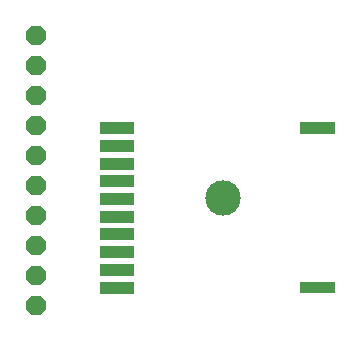
<source format=gbr>
G04 DipTrace 2.4.0.2*
%INTopMask.gbr*%
%MOMM*%
%ADD16R,3.0X1.0*%
%ADD17C,3.0*%
%FSLAX53Y53*%
G04*
G71*
G90*
G75*
G01*
%LNTopMask*%
%LPD*%
D16*
X8833Y18015D3*
Y16515D3*
Y15015D3*
Y13515D3*
Y12015D3*
Y10515D3*
Y9015D3*
Y7515D3*
Y6015D3*
Y4515D3*
G36*
X27333Y17515D2*
X24333D1*
Y18515D1*
X27333D1*
Y17515D1*
G37*
G36*
Y4015D2*
X24333D1*
Y5015D1*
X27333D1*
Y4015D1*
G37*
D17*
X17833Y12115D3*
G36*
X1179Y3342D2*
X1660Y3823D1*
X2340D1*
X2821Y3342D1*
Y2662D1*
X2340Y2180D1*
X1660D1*
X1179Y2662D1*
Y3342D1*
G37*
G36*
Y5882D2*
X1660Y6363D1*
X2340D1*
X2821Y5882D1*
Y5202D1*
X2340Y4720D1*
X1660D1*
X1179Y5202D1*
Y5882D1*
G37*
G36*
Y8422D2*
X1660Y8903D1*
X2340D1*
X2821Y8422D1*
Y7742D1*
X2340Y7261D1*
X1660D1*
X1179Y7742D1*
Y8422D1*
G37*
G36*
Y10962D2*
X1660Y11443D1*
X2340D1*
X2821Y10962D1*
Y10282D1*
X2340Y9800D1*
X1660D1*
X1179Y10282D1*
Y10962D1*
G37*
G36*
Y13502D2*
X1660Y13983D1*
X2340D1*
X2821Y13502D1*
Y12822D1*
X2340Y12340D1*
X1660D1*
X1179Y12822D1*
Y13502D1*
G37*
G36*
Y16042D2*
X1660Y16523D1*
X2340D1*
X2821Y16042D1*
Y15362D1*
X2340Y14880D1*
X1660D1*
X1179Y15362D1*
Y16042D1*
G37*
G36*
Y18582D2*
X1660Y19063D1*
X2340D1*
X2821Y18582D1*
Y17902D1*
X2340Y17421D1*
X1660D1*
X1179Y17902D1*
Y18582D1*
G37*
G36*
Y21122D2*
X1660Y21603D1*
X2340D1*
X2821Y21122D1*
Y20442D1*
X2340Y19960D1*
X1660D1*
X1179Y20442D1*
Y21122D1*
G37*
G36*
Y23662D2*
X1660Y24143D1*
X2340D1*
X2821Y23662D1*
Y22982D1*
X2340Y22500D1*
X1660D1*
X1179Y22982D1*
Y23662D1*
G37*
G36*
Y26202D2*
X1660Y26683D1*
X2340D1*
X2821Y26202D1*
Y25522D1*
X2340Y25040D1*
X1660D1*
X1179Y25522D1*
Y26202D1*
G37*
M02*

</source>
